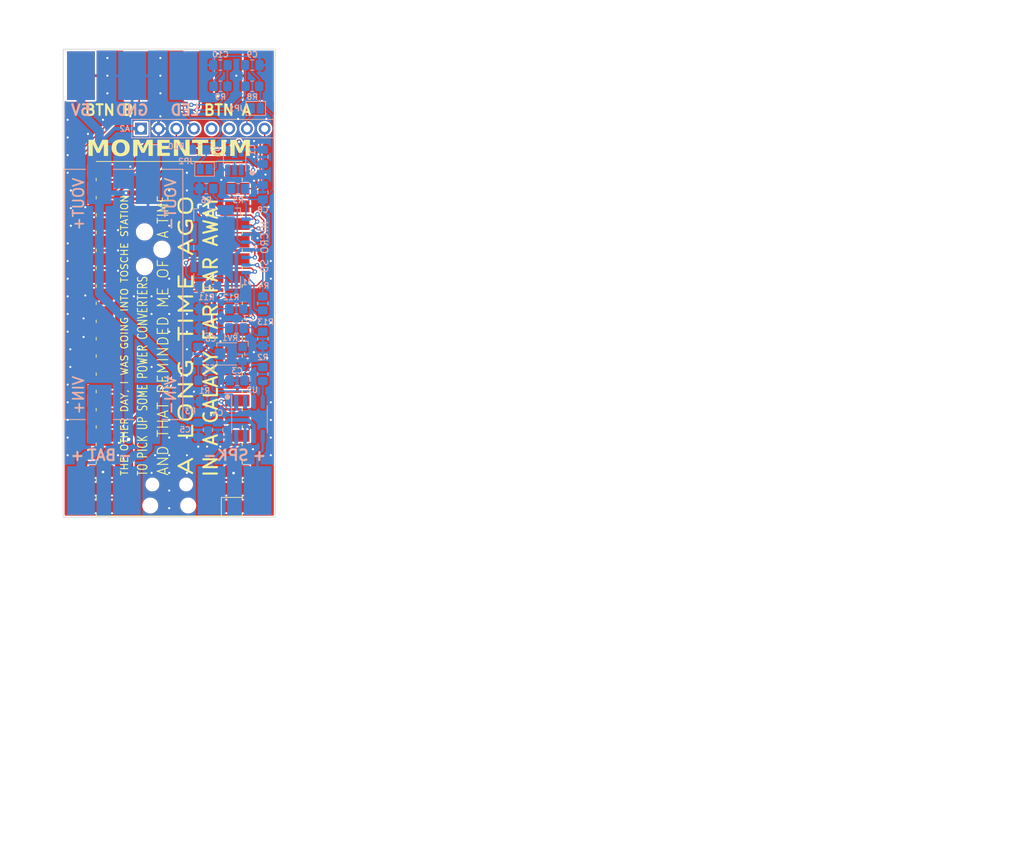
<source format=kicad_pcb>
(kicad_pcb (version 20221018) (generator pcbnew)
  (title_block (title "Momentum Prop Controller") (date "2023-05-26") (rev "A") (company "Ditch Day 2023 - Star Wars: Revenge of the Ditch") (comment 1 "T. Moore, P. Ridland, W. Schmidt, R. Sun") (comment 2 "A. P. Asnodkar, H. Basava, K. Cruz, J. Hamilton, C. MacFarland, M. Manohara,") (comment 3 "in collaboration with") (comment 4 "T. Colenbrander, B. Freeman, T. Nguyen, R. Rosenberg, E. Springer, A. Tran"))
  (layers (0 "F.Cu" signal) (31 "B.Cu" signal) (34 "B.Paste" user) (35 "F.Paste" user) (36 "B.SilkS" user "B.Silkscreen") (37 "F.SilkS" user "F.Silkscreen") (38 "B.Mask" user) (39 "F.Mask" user) (44 "Edge.Cuts" user))
  (net 0 "")
  (net 3 "GND")
  (net 4 "/BTN_A")
  (net 5 "/BTN_B")
  (net 6 "/IMU_SDA")
  (net 7 "/IMU_SCL")
  (net 18 "/STRIP_OUT")
  (net 20 "+3.3V")
  (net 22 "+5V")
  (net 26 "/IMU_ADDR")
  (net 27 "/IMU_INT")
  (net 28 "+BATT")
  (net 29 "-BATT")
  (net 30 "Net-(C2-Pad1)")
  (net 31 "Net-(C2-Pad2)")
  (net 32 "Net-(C3-Pad2)")
  (net 33 "/SPK_PAD_P")
  (net 34 "/SPK_PAD_N")
  (net 35 "Net-(C6-Pad2)")
  (net 36 "Net-(C7-Pad1)")
  (net 37 "/STRIP_PAD")
  (net 38 "Net-(U2-IN+)")
  (net 39 "Net-(U2-IN-)")
  (net 40 "/SPK_EN")
  (net 41 "/SPK_OUT")
  (net 44 "/SD_DAT2")
  (net 45 "/SD_DAT3")
  (net 46 "/SD_CMD")
  (net 47 "/SD_CLK")
  (net 48 "/SD_DAT0")
  (net 49 "/SD_DAT1")
  (net 50 "/SD_DET")
  (net 51 "Net-(JP2-B)")
  (footprint "momentum:Pad" (layer "F.Cu") (at 129.54 74.93 90)
    (fp_text reference "J8" hide)
    (fp_text value "Pad")
  )
  (footprint "momentum:RPi_Pico_SMD_NoSWD_NoLabel" (layer "F.Cu") (at 142.24 112.776 180)
    (fp_text reference "A1" hide)
    (fp_text value "Raspberry_Pi_Pico")
  )
  (footprint "momentum:Pad" (layer "F.Cu") (at 154.94 74.93 90)
    (fp_text reference "J6" hide)
    (fp_text value "Pad")
  )
  (footprint "momentum:Pad" (layer "F.Cu") (at 137.922 74.93 90)
    (fp_text reference "J7" hide)
    (fp_text value "Pad")
  )
  (footprint "momentum:Pad" (layer "F.Cu") (at 146.558 74.93 90)
    (fp_text reference "J5" hide)
    (fp_text value "Pad")
  )
  (footprint "Resistor_SMD:R_0805_2012Metric_Pad1.20x1.40mm_HandSolder" (layer "B.Cu") (at 154.178 76.454)
    (fp_text reference "R8")
    (fp_text value "10k")
  )
  (footprint "momentum:C_0805_2012Metric_Pad1.18x1.45mm_HandSolder_NoPaste" (layer "B.Cu") (at 155.702 91.694 -90)
    (fp_text reference "C8")
    (fp_text value "10uF")
  )
  (footprint "Capacitor_SMD:C_0805_2012Metric_Pad1.18x1.45mm_HandSolder" (layer "B.Cu") (at 146.414 114.9634 -90)
    (fp_text reference "C2")
    (fp_text value "1uF")
  )
  (footprint "Potentiometer_SMD:Potentiometer_Bourns_TC33X_Vertical" (layer "B.Cu") (at 150.986 114.9634 180)
    (fp_text reference "RV1")
    (fp_text value "10k")
  )
  (footprint "Capacitor_SMD:C_0805_2012Metric_Pad1.18x1.45mm_HandSolder" (layer "B.Cu") (at 154.178 73.406 180)
    (fp_text reference "C9")
    (fp_text value "0.1uF")
  )
  (footprint "Resistor_SMD:R_0805_2012Metric_Pad1.20x1.40mm_HandSolder" (layer "B.Cu") (at 155.702 112.776 -90)
    (fp_text reference "R13")
    (fp_text value "1.8k")
  )
  (footprint "momentum:R_0805_2012Metric_Pad1.20x1.40mm_HandSolder_NoPaste" (layer "B.Cu") (at 155.702 107.696 90)
    (fp_text reference "R4")
    (fp_text value "10k")
  )
  (footprint "Resistor_SMD:R_0805_2012Metric_Pad1.20x1.40mm_HandSolder" (layer "B.Cu") (at 147.43 118.7734)
    (fp_text reference "R1")
    (fp_text value "100")
  )
  (footprint "Capacitor_SMD:C_0805_2012Metric_Pad1.18x1.45mm_HandSolder" (layer "B.Cu") (at 152.002 118.7734)
    (fp_text reference "C3")
    (fp_text value "1uF")
  )
  (footprint "Resistor_SMD:R_0805_2012Metric_Pad1.20x1.40mm_HandSolder" (layer "B.Cu") (at 155.702 117.856 -90)
    (fp_text reference "R2")
    (fp_text value "100")
  )
  (footprint "momentum:R_0805_2012Metric_Pad1.20x1.40mm_HandSolder_NoPaste" (layer "B.Cu") (at 147.574 91.186)
    (fp_text reference "R6")
    (fp_text value "DNP")
  )
  (footprint "Jumper:SolderJumper-2_P1.3mm_Open_Pad1.0x1.5mm" (layer "B.Cu") (at 147.32 88.392 180)
    (fp_text reference "JP2")
    (fp_text value "SJ2")
  )
  (footprint "Resistor_SMD:R_0805_2012Metric_Pad1.20x1.40mm_HandSolder" (layer "B.Cu") (at 147.684 121.8214)
    (fp_text reference "R3")
    (fp_text value "10k")
  )
  (footprint "Capacitor_SMD:C_0805_2012Metric_Pad1.18x1.45mm_HandSolder" (layer "B.Cu") (at 146.414 125.8854 90)
    (fp_text reference "C5")
    (fp_text value "10uF")
  )
  (footprint "momentum:Pad" (layer "B.Cu") (at 129.54 134.62 -90)
    (fp_text reference "J9" hide)
    (fp_text value "Pad")
  )
  (footprint "momentum:MT3608_Module_SMD" (layer "B.Cu") (at 135.692 107.904 -90)
    (fp_text reference "A3" hide)
    (fp_text value " MT3608_Module")
  )
  (footprint "Resistor_SMD:R_0805_2012Metric_Pad1.20x1.40mm_HandSolder" (layer "B.Cu") (at 147.574 108.458 180)
    (fp_text reference "R11")
    (fp_text value "100")
  )
  (footprint "Resistor_SMD:R_0805_2012Metric_Pad1.20x1.40mm_HandSolder" (layer "B.Cu") (at 151.892 108.458 180)
    (fp_text reference "R12")
    (fp_text value "220")
  )
  (footprint "momentum:R_0805_2012Metric_Pad1.20x1.40mm_HandSolder_NoPaste" (layer "B.Cu") (at 152.146 91.186)
    (fp_text reference "R5")
    (fp_text value "10k")
  )
  (footprint "momentum:Pad" (layer "B.Cu") (at 136.906 74.93 90)
    (fp_text reference "J4" hide)
    (fp_text value "Pad")
  )
  (footprint "Resistor_SMD:R_0805_2012Metric_Pad1.20x1.40mm_HandSolder" (layer "B.Cu") (at 149.606 76.454 180)
    (fp_text reference "R9")
    (fp_text value "10k")
  )
  (footprint "momentum:MPU-6050_Module" (layer "B.Cu") (at 138.176 82.55 -90)
    (fp_text reference "A2")
    (fp_text value "MPU-6050_Module")
  )
  (footprint "momentum:Pad" (layer "B.Cu") (at 136.144 134.62 -90)
    (fp_text reference "J10" hide)
    (fp_text value "Pad")
  )
  (footprint "Capacitor_SMD:C_0805_2012Metric_Pad1.18x1.45mm_HandSolder" (layer "B.Cu") (at 147.574 111.252)
    (fp_text reference "C6")
    (fp_text value "0.1uF")
  )
  (footprint "momentum:Pad" (layer "B.Cu") (at 154.94 134.62 -90)
    (fp_text reference "J11" hide)
    (fp_text value "Pad")
  )
  (footprint "momentum:Pad" (layer "B.Cu") (at 148.319 134.62 -90)
    (fp_text reference "J12" hide)
    (fp_text value "Pad")
  )
  (footprint "Package_SO:SOIC-8_3.9x4.9mm_P1.27mm" (layer "B.Cu") (at 153.78 124.3614 -90)
    (fp_text reference "U2")
    (fp_text value "PAM8302AAD")
  )
  (footprint "momentum:MicroSD_Molex_1051620001_HandSoldering" (layer "B.Cu") (at 153.621 103.526 -90)
    (fp_text reference "J1")
    (fp_text value "MicroSD_Molex_1051620001")
  )
  (footprint "momentum:Pad" (layer "B.Cu") (at 144.272 74.93 -90)
    (fp_text reference "J3" hide)
    (fp_text value "Pad")
  )
  (footprint "Capacitor_SMD:C_0805_2012Metric_Pad1.18x1.45mm_HandSolder" (layer "B.Cu") (at 149.606 73.406)
    (fp_text reference "C10")
    (fp_text value "0.1uF")
  )
  (footprint "Capacitor_SMD:C_0805_2012Metric_Pad1.18x1.45mm_HandSolder" (layer "B.Cu") (at 155.702 86.614 -90)
    (fp_text reference "C1")
    (fp_text value "0.1uF")
  )
  (footprint "Resistor_SMD:R_0805_2012Metric_Pad1.20x1.40mm_HandSolder" (layer "B.Cu") (at 146.558 85.598 180)
    (fp_text reference "R10")
    (fp_text value "100")
  )
  (footprint "Capacitor_SMD:C_0805_2012Metric_Pad1.18x1.45mm_HandSolder" (layer "B.Cu") (at 151.892 111.252 180)
    (fp_text reference "C7")
    (fp_text value "47uF")
  )
  (footprint "Jumper:SolderJumper-2_P1.3mm_Open_Pad1.0x1.5mm" (layer "B.Cu") (at 154.686 79.629 180)
    (fp_text reference "JP1")
    (fp_text value "SJ2")
  )
  (footprint "momentum:Pad" (layer "B.Cu") (at 129.54 74.93 -90)
    (fp_text reference "J2" hide)
    (fp_text value "Pad")
  )
  (footprint "Package_TO_SOT_SMD:SOT-23-5_HandSoldering" (layer "B.Cu") (at 151.638 87.122 90)
    (fp_text reference "U1")
    (fp_text value "SN74LV1T34DBVR")
  )
  (footprint "Capacitor_SMD:C_0805_2012Metric_Pad1.18x1.45mm_HandSolder" (layer "B.Cu") (at 149.208 125.8854 90)
    (fp_text reference "C4")
    (fp_text value "1uF")
  )
  (gr_poly (pts (xy 154.432 99.568) (xy 154.686 99.314) (xy 154.686 99.822)) (stroke (width 0.1524)) (fill solid) (layer "B.SilkS"))
  (gr_circle (center 150.622 121.158) (end 150.8252 121.158) (stroke (width 0.4064)) (fill none) (layer "B.SilkS"))
  (gr_circle (center 154.178 88.9) (end 154.3812 88.9) (stroke (width 0.4064)) (fill none) (layer "B.SilkS"))
  (gr_rect (start 127 71.12) (end 157.48 138.43) (stroke (width 0.1)) (fill none) (layer "Edge.Cuts"))
  (gr_text "GND" (at 136.906 79.883) (layer "B.SilkS") (effects (font (size 1.524 1.524) (thickness 0.3048) bold) (justify mirror)))
  (gr_text "5V" (at 129.54 79.883) (layer "B.SilkS") (effects (font (size 1.524 1.524) (thickness 0.3048) bold) (justify mirror)))
  (gr_text "LED" (at 144.526 79.883) (layer "B.SilkS") (effects (font (size 1.524 1.524) (thickness 0.3048) bold) (justify mirror)))
  (gr_text "+" (at 129.032 129.54) (layer "B.SilkS") (effects (font (size 1.524 1.524) (thickness 0.3048) bold) (justify mirror)))
  (gr_text "MICRO SD" (at 155.956 99.568 90) (layer "B.SilkS") (effects (font (size 1.016 1.016) (thickness 0.1524) bold) (justify mirror)))
  (gr_text "-\n" (at 148.082 129.54) (layer "B.SilkS") (effects (font (size 1.524 1.524) (thickness 0.3048) bold) (justify mirror)))
  (gr_text "-" (at 135.89 129.54) (layer "B.SilkS") (effects (font (size 1.524 1.524) (thickness 0.3048) bold) (justify mirror)))
  (gr_text "SPK" (at 151.384 129.54) (layer "B.SilkS") (effects (font (size 1.524 1.524) (thickness 0.3048) bold) (justify mirror)))
  (gr_text "+" (at 155.194 129.54) (layer "B.SilkS") (effects (font (size 1.524 1.524) (thickness 0.3048) bold) (justify mirror)))
  (gr_text "BAT" (at 132.588 129.54) (layer "B.SilkS") (effects (font (size 1.524 1.524) (thickness 0.3048) bold) (justify mirror)))
  (gr_text "TO PICK UP SOME POWER CONVERTERS" (at 139.192 132.588 90) (layer "F.SilkS") (effects (font (size 1.3462 0.9652) (thickness 0.1524) bold) (justify left bottom)))
  (gr_text "MOMENTUM" (at 142.24 86.868) (layer "F.SilkS") (effects (font (size 2.286 2.4892) (thickness 0.254) bold) (justify bottom)))
  (gr_text "THE OTHER DAY, I WAS GOING INTO TOSCHE STATION" (at 136.398 132.588 90) (layer "F.SilkS") (effects (font (size 1.016 1.016) (thickness 0.1524) bold) (justify left bottom)))
  (gr_text "IN A GALAXY FAR FAR AWAY" (at 149.352 132.842 90) (layer "F.SilkS") (effects (font (size 1.9558 1.9558) (thickness 0.3048) bold) (justify left bottom)))
  (gr_text "BTN A" (at 150.622 79.883) (layer "F.SilkS") (effects (font (size 1.524 1.524) (thickness 0.3048) bold)))
  (gr_text "A TIME" (at 142.24 98.425 90) (layer "F.SilkS") (effects (font (size 1.524 1.27) (thickness 0.1524)) (justify left bottom)))
  (gr_text "A LONG TIME AGO" (at 145.796 132.588 90) (layer "F.SilkS") (effects (font (size 1.9558 3.048) (thickness 0.3048) bold) (justify left bottom)))
  (gr_text "AND THAT REMINDED ME OF" (at 142.24 132.588 90) (layer "F.SilkS") (effects (font (size 1.524 1.4986) (thickness 0.1524)) (justify left bottom)))
  (gr_text "BTN B" (at 133.604 79.883) (layer "F.SilkS") (effects (font (size 1.524 1.524) (thickness 0.3048) bold)))
  (via (at 144.78 91.44) (size 0.6096) (drill 0.3048) (layers "F.Cu" "B.Cu") (net 3))
  (via (at 137.922 114.3) (size 0.6096) (drill 0.3048) (layers "F.Cu" "B.Cu") (net 3))
  (via (at 132.715 131.953) (size 0.762) (drill 0.381) (layers "F.Cu" "B.Cu") (net 3))
  (via (at 127.635 124.46) (size 0.6096) (drill 0.3048) (layers "F.Cu" "B.Cu") (net 3))
  (via (at 148.209 106.68) (size 0.6096) (drill 0.3048) (layers "F.Cu" "B.Cu") (net 3))
  (via (at 154.432 84.328) (size 0.6096) (drill 0.3048) (layers "F.Cu" "B.Cu") (net 3))
  (via (at 156.845 124.46) (size 0.6096) (drill 0.3048) (layers "F.Cu" "B.Cu") (net 3))
  (via (at 139.7 116.84) (size 0.6096) (drill 0.3048) (layers "F.Cu" "B.Cu") (net 3))
  (via (at 154.415 114.7094) (size 0.6096) (drill 0.3048) (layers "F.Cu" "B.Cu") (net 3))
  (via (at 127.635 127) (size 0.6096) (drill 0.3048) (layers "F.Cu" "B.Cu") (net 3))
  (via (at 151.494 132.1084) (size 0.762) (drill 0.381) (layers "F.Cu" "B.Cu") (net 3))
  (via (at 134.874 100.076) (size 0.6096) (drill 0.3048) (layers "F.Cu" "B.Cu") (net 3))
  (via (at 154.288 128.6794) (size 0.6096) (drill 0.3048) (layers "F.Cu" "B.Cu") (net 3))
  (via (at 133.35 74.93) (size 0.6096) (drill 0.3048) (layers "F.Cu" "B.Cu") (net 3))
  (via (at 149.733 89.916) (size 0.6096) (drill 0.3048) (layers "F.Cu" "B.Cu") (net 3))
  (via (at 156.337 115.57) (size 0.6096) (drill 0.3048) (layers "F.Cu" "B.Cu") (net 3))
  (via (at 142.24 109.22) (size 0.6096) (drill 0.3048) (layers "F.Cu" "B.Cu") (net 3))
  (via (at 136.652 80.772) (size 0.6096) (drill 0.3048) (layers "F.Cu" "B.Cu") (net 3))
  (via (at 127.635 111.76) (size 0.6096) (drill 0.3048) (layers "F.Cu" "B.Cu") (net 3))
  (via (at 142.24 96.52) (size 0.6096) (drill 0.3048) (layers "F.Cu" "B.Cu") (net 3))
  (via (at 133.35 77.47) (size 0.6096) (drill 0.3048) (layers "F.Cu" "B.Cu") (net 3))
  (via (at 142.24 111.76) (size 0.6096) (drill 0.3048) (layers "F.Cu" "B.Cu") (net 3))
  (via (at 145.796 120.396) (size 0.6096) (drill 0.3048) (layers "F.Cu" "B.Cu") (net 3))
  (via (at 127.635 81.28) (size 0.6096) (drill 0.3048) (layers "F.Cu" "B.Cu") (net 3))
  (via (at 146.414 128.2984) (size 0.6096) (drill 0.3048) (layers "F.Cu" "B.Cu") (net 3))
  (via (at 144.78 127) (size 0.6096) (drill 0.3048) (layers "F.Cu" "B.Cu") (net 3))
  (via (at 127.635 99.06) (size 0.6096) (drill 0.3048) (layers "F.Cu" "B.Cu") (net 3))
  (via (at 150.495 79.121) (size 0.6096) (drill 0.3048) (layers "F.Cu" "B.Cu") (net 3))
  (via (at 127.635 109.22) (size 0.6096) (drill 0.3048) (layers "F.Cu" "B.Cu") (net 3))
  (via (at 154.432 86.614) (size 0.6096) (drill 0.3048) (layers "F.Cu" "B.Cu") (net 3))
  (via (at 156.845 110.49) (size 0.6096) (drill 0.3048) (layers "F.Cu" "B.Cu") (net 3))
  (via (at 134.874 97.155) (size 0.6096) (drill 0.3048) (layers "F.Cu" "B.Cu") (net 3))
  (via (at 142.24 127) (size 0.6096) (drill 0.3048) (layers "F.Cu" "B.Cu") (net 3))
  (via (at 132.715 81.28) (size 0.6096) (drill 0.3048) (layers "F.Cu" "B.Cu") (net 3))
  (via (at 140.97 72.39) (size 0.6096) (drill 0.3048) (layers "F.Cu" "B.Cu") (net 3))
  (via (at 142.24 132.08) (size 0.6096) (drill 0.3048) (layers "F.Cu" "B.Cu") (net 3))
  (via (at 144.78 111.76) (size 0.6096) (drill 0.3048) (layers "F.Cu" "B.Cu") (net 3))
  (via (at 127.635 104.14) (size 0.6096) (drill 0.3048) (layers "F.Cu" "B.Cu") (net 3))
  (via (at 129.921 112.522) (size 0.6096) (drill 0.3048) (layers "F.Cu" "B.Cu") (net 3))
  (via (at 144.78 129.54) (size 0.6096) (drill 0.3048) (layers "F.Cu" "B.Cu") (net 3))
  (via (at 127.635 83.82) (size 0.6096) (drill 0.3048) (layers "F.Cu" "B.Cu") (net 3))
  (via (at 144.78 96.52) (size 0.6096) (drill 0.3048) (layers "F.Cu" "B.Cu") (net 3))
  (via (at 127.635 121.92) (size 0.6096) (drill 0.3048) (layers "F.Cu" "B.Cu") (net 3))
  (via (at 127.635 86.36) (size 0.6096) (drill 0.3048) (layers "F.Cu" "B.Cu") (net 3))
  (via (at 154.432 90.043) (size 0.6096) (drill 0.3048) (layers "F.Cu" "B.Cu") (net 3))
  (via (at 127.635 101.6) (size 0.6096) (drill 0.3048) (layers "F.Cu" "B.Cu") (net 3))
  (via (at 128.0922 93.98) (size 0.6096) (drill 0.3048) (layers "F.Cu" "B.Cu") (net 3))
  (via (at 139.7 109.22) (size 0.6096) (drill 0.3048) (layers "F.Cu" "B.Cu") (net 3))
  (via (at 128.0922 91.44) (size 0.6096) (drill 0.3048) (layers "F.Cu" "B.Cu") (net 3))
  (via (at 156.5148 93.8276) (size 0.6096) (drill 0.3048) (layers "F.Cu" "B.Cu") (net 3))
  (via (at 127.635 106.68) (size 0.6096) (drill 0.3048) (layers "F.Cu" "B.Cu") (net 3))
  (via (at 156.845 127) (size 0.6096) (drill 0.3048) (layers "F.Cu" "B.Cu") (net 3))
  (via (at 151.892 74.93) (size 0.6096) (drill 0.3048) (layers "F.Cu" "B.Cu") (net 3))
  (via (at 144.78 106.68) (size 0.6096) (drill 0.3048) (layers "F.Cu" "B.Cu") (net 3))
  (via (at 156.845 104.14) (size 0.6096) (drill 0.3048) (layers "F.Cu" "B.Cu") (net 3))
  (via (at 142.24 134.62) (size 0.6096) (drill 0.3048) (layers "F.Cu" "B.Cu") (net 3))
  (via (at 142.24 104.14) (size 0.6096) (drill 0.3048) (layers "F.Cu" "B.Cu") (net 3))
  (via (at 128.0922 96.52) (size 0.6096) (drill 0.3048) (layers "F.Cu" "B.Cu") (net 3))
  (via (at 128.016 116.84) (size 0.6096) (drill 0.3048) (layers "F.Cu" "B.Cu") (net 3))
  (via (at 152.146 81.153) (size 0.6096) (drill 0.3048) (layers "F.Cu" "B.Cu") (net 3))
  (via (at 144.78 114.3) (size 0.6096) (drill 0.3048) (layers "F.Cu" "B.Cu") (net 3))
  (via (at 142.24 124.46) (size 0.6096) (drill 0.3048) (layers "F.Cu" "B.Cu") (net 3))
  (via (at 130.175 93.853) (size 0.6096) (drill 0.3048) (layers "F.Cu" "B.Cu") (net 3))
  (via (at 136.652 88.011) (size 0.6096) (drill 0.3048) (layers "F.Cu" "B.Cu") (net 3))
  (via (at 139.7 132.08) (size 0.6096) (drill 0.3048) (layers "F.Cu" "B.Cu") (net 3))
  (via (at 149.606 113.157) (size 0.6096) (drill 0.3048) (layers "F.Cu" "B.Cu") (net 3))
  (via (at 140.208 129.54) (size 0.6096) (drill 0.3048) (layers "F.Cu" "B.Cu") (net 3))
  (via (at 144.78 99.06) (size 0.6096) (drill 0.3048) (layers "F.Cu" "B.Cu") (net 3))
  (via (at 149.589 128.2984) (size 0.6096) (drill 0.3048) (layers "F.Cu" "B.Cu") (net 3))
  (via (at 142.24 137.16) (size 0.6096) (drill 0.3048) (layers "F.Cu" "B.Cu") (net 3))
  (via (at 156.845 121.92) (size 0.6096) (drill 0.3048) (layers "F.Cu" "B.Cu") (net 3))
  (via (at 144.78 109.22) (size 0.6096) (drill 0.3048) (layers "F.Cu" "B.Cu") (net 3))
  (via (at 130.556 83.312) (size 0.6096) (drill 0.3048) (layers "F.Cu" "B.Cu") (net 3))
  (via (at 147.684 128.2984) (size 0.6096) (drill 0.3048) (layers "F.Cu" "B.Cu") (net 3))
  (via (at 140.97 74.93) (size 0.6096) (drill 0.3048) (layers "F.Cu" "B.Cu") (net 3))
  (via (at 134.874 102.997) (size 0.6096) (drill 0.3048) (layers "F.Cu" "B.Cu") (net 3))
  (via (at 144.78 118.11) (size 0.6096) (drill 0.3048) (layers "F.Cu" "B.Cu") (net 3))
  (via (at 142.24 129.54) (size 0.6096) (drill 0.3048) (layers "F.Cu" "B.Cu") (net 3))
  (via (at 127.635 119.38) (size 0.6096) (drill 0.3048) (layers "F.Cu" "B.Cu") (net 3))
  (via (at 144.78 88.9) (size 0.6096) (drill 0.3048) (layers "F.Cu" "B.Cu") (net 3))
  (via (at 140.97 80.772) (size 0.6096) (drill 0.3048) (layers "F.Cu" "B.Cu") (net 3))
  (via (at 142.24 91.44) (size 0.6096) (drill 0.3048) (layers "F.Cu" "B.Cu") (net 3))
  (via (at 142.24 106.68) (size 0.6096) (drill 0.3048) (layers "F.Cu" "B.Cu") (net 3))
  (via (at 156.845 101.6) (size 0.6096) (drill 0.3048) (layers "F.Cu" "B.Cu") (net 3))
  (via (at 149.716 119.5354) (size 0.6096) (drill 0.3048) (layers "F.Cu" "B.Cu") (net 3))
  (via (at 156.083 89.154) (size 0.6096) (drill 0.3048) (layers "F.Cu" "B.Cu") (net 3))
  (via (at 154.94 98.298) (size 0.6096) (drill 0.3048) (layers "F.Cu" "B.Cu") (net 3))
  (via (at 127.635 129.54) (size 0.6096) (drill 0.3048) (layers "F.Cu" "B.Cu") (net 3))
  (via (at 149.225 77.851) (size 0.6096) (drill 0.3048) (layers "F.Cu" "B.Cu") (net 3))
  (via (at 133.35 72.39) (size 0.6096) (drill 0.3048) (layers "F.Cu" "B.Cu") (net 3))
  (via (at 129.921 109.855) (size 0.6096) (drill 0.3048) (layers "F.Cu" "B.Cu") (net 3))
  (via (at 156.21 81.153) (size 0.6096) (drill 0.3048) (layers "F.Cu" "B.Cu") (net 3))
  (via (at 130.175 106.553) (size 0.6096) (drill 0.3048) (layers "F.Cu" "B.Cu") (net 3))
  (via (at 128.016 114.3) (size 0.6096) (drill 0.3048) (layers "F.Cu" "B.Cu") (net 3))
  (via (at 144.78 132.08) (size 0.6096) (drill 0.3048) (layers "F.Cu" "B.Cu") (net 3))
  (via (at 150.368 84.328) (size 0.6096) (drill 0.3048) (layers "F.Cu" "B.Cu") (net 3))
  (via (at 127.635 88.9) (size 0.6096) (drill 0.3048) (layers "F.Cu" "B.Cu") (net 3))
  (via (at 156.845 129.54) (size 0.6096) (drill 0.3048) (layers "F.Cu" "B.Cu") (net 3))
  (via (at 135.001 127.762) (size 0.6096) (drill 0.3048) (layers "F.Cu" "B.Cu") (net 3))
  (via (at 149.225 71.755) (size 0.6096) (drill 0.3048) (layers "F.Cu" "B.Cu") (net 3))
  (via (at 149.606 109.855) (size 0.6096) (drill 0.3048) (layers "F.Cu" "B.Cu") (net 3))
  (via (at 140.97 77.47) (size 0.6096) (drill 0.3048) (layers "F.Cu" "B.Cu") (net 3))
  (via (at 134.874 129.54) (size 0.6096) (drill 0.3048) (layers "F.Cu" "B.Cu") (net 3))
  (via (at 137.16 106.68) (size 0.6096) (drill 0.3048) (layers "F.Cu" "B.Cu") (net 3))
  (via (at 139.7 106.68) (size 0.6096) (drill 0.3048) (layers "F.Cu" "B.Cu") (net 3))
  (segment (start 150.9645 118.7734) (end 150.478 118.7734) (width 0.2032) (layer "B.Cu") (net 3))
  (segment (start 130.2034 109.1214) (end 133.35 109.1214) (width 0.2032) (layer "F.Cu") (net 4))
  (segment (start 146.558 74.93) (end 146.558 79.502) (width 0.2032) (layer "F.Cu") (net 4))
  (segment (start 146.177 79.883) (end 136.144 79.883) (width 0.2032) (layer "F.Cu") (net 4))
  (segment (start 129.413 108.331) (end 130.2034 109.1214) (width 0.2032) (layer "F.Cu") (net 4))
  (segment (start 136.144 79.883) (end 129.413 86.614) (width 0.2032) (layer "F.Cu") (net 4))
  (segment (start 146.558 79.502) (end 146.177 79.883) (width 0.2032) (layer "F.Cu") (net 4))
  (segment (start 129.413 86.614) (end 129.413 108.331) (width 0.2032) (layer "F.Cu") (net 4))
  (via (at 146.177 79.883) (size 0.6096) (drill 0.3048) (layers "F.Cu" "B.Cu") (net 4))
  (segment (start 153.178 73.4435) (end 153.1405 73.406) (width 0.2032) (layer "B.Cu") (net 4))
  (segment (start 151.003 79.883) (end 153.178 77.708) (width 0.2032) (layer "B.Cu") (net 4))
  (segment (start 153.178 77.708) (end 153.178 76.454) (width 0.2032) (layer "B.Cu") (net 4))
  (segment (start 153.178 76.454) (end 153.178 73.4435) (width 0.2032) (layer "B.Cu") (net 4))
  (segment (start 146.177 79.883) (end 151.003 79.883) (width 0.2032) (layer "B.Cu") (net 4))
  (segment (start 130.4574 114.2014) (end 133.35 114.2014) (width 0.2032) (layer "F.Cu") (net 5))
  (segment (start 128.778 112.522) (end 130.4574 114.2014) (width 0.2032) (layer "F.Cu") (net 5))
  (segment (start 137.287 79.248) (end 137.16 79.248) (width 0.2032) (layer "F.Cu") (net 5))
  (segment (start 137.16 79.248) (end 136.017 79.248) (width 0.2032) (layer "F.Cu") (net 5))
  (segment (start 145.288 79.248) (end 145.415 79.121) (width 0.2032) (layer "F.Cu") (net 5))
  (segment (start 137.922 78.613) (end 137.287 79.248) (width 0.2032) (layer "F.Cu") (net 5))
  (segment (start 137.16 79.248) (end 145.288 79.248) (width 0.2032) (layer "F.Cu") (net 5))
  (segment (start 128.778 86.487) (end 128.778 112.522) (width 0.2032) (layer "F.Cu") (net 5))
  (segment (start 136.017 79.248) (end 128.778 86.487) (width 0.2032) (layer "F.Cu") (net 5))
  (segment (start 137.922 74.93) (end 137.922 78.613) (width 0.2032) (layer "F.Cu") (net 5))
  (via (at 145.415 79.121) (size 0.6096) (drill 0.3048) (layers "F.Cu" "B.Cu") (net 5))
  (segment (start 149.225 79.121) (end 150.606 77.74) (width 0.2032) (layer "B.Cu") (net 5))
  (segment (start 150.606 76.454) (end 150.606 73.4435) (width 0.2032) (layer "B.Cu") (net 5))
  (segment (start 150.606 77.74) (end 150.606 76.454) (width 0.2032) (layer "B.Cu") (net 5))
  (segment (start 145.415 79.121) (end 149.225 79.121) (width 0.2032) (layer "B.Cu") (net 5))
  (segment (start 150.606 73.4435) (end 150.6435 73.406) (width 0.2032) (layer "B.Cu") (net 5))
  (segment (start 133.35 88.8014) (end 134.62 88.8014) (width 0.2032) (layer "F.Cu") (net 6))
  (segment (start 134.62 88.8014) (end 138.7124 84.709) (width 0.2032) (layer "F.Cu") (net 6))
  (segment (start 141.986 83.82) (end 141.986 81.788) (width 0.2032) (layer "F.Cu") (net 6))
  (segment (start 142.748 81.026) (end 144.272 81.026) (width 0.2032) (layer "F.Cu") (net 6))
  (segment (start 144.272 81.026) (end 145.796 82.55) (width 0.2032) (layer "F.Cu") (net 6))
  (segment (start 138.7124 84.709) (end 141.097 84.709) (width 0.2032) (layer "F.Cu") (net 6))
  (segment (start 141.986 81.788) (end 142.748 81.026) (width 0.2032) (layer "F.Cu") (net 6))
  (segment (start 141.097 84.709) (end 141.986 83.82) (width 0.2032) (layer "F.Cu") (net 6))
  (segment (start 141.478 86.106) (end 143.256 84.328) (width 0.2032) (layer "F.Cu") (net 7))
  (segment (start 139.827 86.106) (end 141.478 86.106) (width 0.2032) (layer "F.Cu") (net 7))
  (segment (start 133.35 91.3414) (end 134.5916 91.3414) (width 0.2032) (layer "F.Cu") (net 7))
  (segment (start 134.5916 91.3414) (end 139.827 86.106) (width 0.2032) (layer "F.Cu") (net 7))
  (segment (start 143.256 84.328) (end 143.256 82.55) (width 0.2032) (layer "F.Cu") (net 7))
  (segment (start 154.178 88.646) (end 154.305 88.519) (width 0.2032) (layer "F.Cu") (net 18))
  (segment (start 151.13 88.646) (end 154.178 88.646) (width 0.2032) (layer "F.Cu") (net 18))
  (via (at 154.305 88.519) (size 0.6096) (drill 0.3048) (layers "F.Cu" "B.Cu") (net 18))
  (segment (start 148.717 88.392) (end 148.971 88.138) (width 0.2032) (layer "B.Cu") (net 18))
  (segment (start 154.305 88.011) (end 154.305 88.519) (width 0.2032) (layer "B.Cu") (net 18))
  (segment (start 151.638 88.472) (end 151.638 87.503) (width 0.2032) (layer "B.Cu") (net 18))
  (segment (start 147.97 88.392) (end 148.717 88.392) (width 0.2032) (layer "B.Cu") (net 18))
  (segment (start 148.971 87.391) (end 149.24 87.122) (width 0.2032) (layer "B.Cu") (net 18))
  (segment (start 151.638 87.503) (end 152.019 87.122) (width 0.2032) (layer "B.Cu") (net 18))
  (segment (start 148.971 88.138) (end 148.971 87.391) (width 0.2032) (layer "B.Cu") (net 18))
  (segment (start 149.24 87.122) (end 153.416 87.122) (width 0.2032) (layer "B.Cu") (net 18))
  (segment (start 153.416 87.122) (end 154.305 88.011) (width 0.2032) (layer "B.Cu") (net 18))
  (segment (start 148.717 107.442) (end 149.606 106.553) (width 0.508) (layer "F.Cu") (net 20))
  (segment (start 148.717 112.776) (end 148.717 107.442) (width 0.508) (layer "F.Cu") (net 20))
  (segment (start 134.747 126.746) (end 148.717 112.776) (width 0.508) (layer "F.Cu") (net 20))
  (segment (start 133.35 126.746) (end 134.747 126.746) (width 0.508) (layer "F.Cu") (net 20))
  (via (at 149.606 106.553) (size 0.6096) (drill 0.3048) (layers "F.Cu" "B.Cu") (net 20))
  (segment (start 148.606 75.676) (end 149.606 74.676) (width 0.2032) (layer "B.Cu") (net 20))
  (segment (start 149.86 72.136) (end 153.67 72.136) (width 0.2032) (layer "B.Cu") (net 20))
  (segment (start 153.6915 92.7315) (end 153.146 92.186) (width 0.2032) (layer "B.Cu") (net 20))
  (segment (start 156.082998 79.628998) (end 155.336 79.628998) (width 0.127) (layer "B.Cu") (net 20))
  (segment (start 149.606 74.676) (end 149.606 72.39) (width 0.2032) (layer "B.Cu") (net 20))
  (segment (start 155.178 76.454) (end 155.336 76.612) (width 0.2032) (layer "B.Cu") (net 20))
  (segment (start 155.336 76.612) (end 155.336 79.628998) (width 0.2032) (layer "B.Cu") (net 20))
  (segment (start 155.7655 99.7585) (end 155.539 99.985) (width 0.508) (layer "B.Cu") (net 20))
  (segment (start 157.1784 80.7244) (end 156.082998 79.628998) (width 0.127) (layer "B.Cu") (net 20))
  (segment (start 153.67 72.136) (end 154.178 72.644) (width 0.2032) (layer "B.Cu") (net 20))
  (segment (start 157.1784 91.2551) (end 157.1784 80.7244) (width 0.127) (layer "B.Cu") (net 20))
  (segment (start 148.606 76.454) (end 148.606 75.676) (width 0.2032) (layer "B.Cu") (net 20))
  (segment (start 155.539 99.985) (end 153.564 99.985) (width 0.508) (layer "B.Cu") (net 20))
  (segment (start 153.146 92.186) (end 153.146 91.186) (width 0.2032) (layer "B.Cu") (net 20))
  (segment (start 155.178 75.422) (end 155.178 76.454) (width 0.2032) (layer "B.Cu") (net 20))
  (segment (start 151.892 100.584) (end 151.892 106.0614) (width 0.508) (layer "B.Cu") (net 20))
  (segment (start 155.702 92.7315) (end 157.1784 91.2551) (width 0.127) (layer "B.Cu") (net 20))
  (segment (start 149.606 72.39) (end 149.86 72.136) (width 0.2032) (layer "B.Cu") (net 20))
  (segment (start 154.178 74.422) (end 155.178 75.422) (width 0.2032) (layer "B.Cu") (net 20))
  (segment (start 155.702 99.822) (end 155.7655 99.7585) (width 0.2032) (layer "B.Cu") (net 20))
  (segment (start 153.564 99.985) (end 152.491 99.985) (width 0.508) (layer "B.Cu") (net 20))
  (segment (start 155.702 94.234) (end 156.464 94.996) (width 0.508) (layer "B.Cu") (net 20))
  (segment (start 156.464 94.996) (end 156.464 99.06) (width 0.508) (layer "B.Cu") (net 20))
  (segment (start 152.491 99.985) (end 151.892 100.584) (width 0.508) (layer "B.Cu") (net 20))
  (segment (start 149.733 106.426) (end 149.606 106.553) (width 0.508) (layer "B.Cu") (net 20))
  (segment (start 155.702 92.7315) (end 155.702 94.234) (width 0.508) (layer "B.Cu") (net 20))
  (segment (start 156.464 99.06) (end 155.7655 99.7585) (width 0.508) (layer "B.Cu") (net 20))
  (segment (start 154.178 72.644) (end 154.178 74.422) (width 0.2032) (layer "B.Cu") (net 20))
  (segment (start 155.702 106.696) (end 155.702 99.822) (width 0.2032) (layer "B.Cu") (net 20))
  (segment (start 151.5274 106.426) (end 149.733 106.426) (width 0.508) (layer "B.Cu") (net 20))
  (segment (start 151.892 106.0614) (end 151.5274 106.426) (width 0.508) (layer "B.Cu") (net 20))
  (segment (start 155.702 92.7315) (end 153.6915 92.7315) (width 0.2032) (layer "B.Cu") (net 20))
  (segment (start 152.273 84.455) (end 150.876 85.852) (width 0.762) (layer "F.Cu") (net 22))
  (segment (start 144.272 85.852) (end 138.303 91.821) (width 0.762) (layer "F.Cu") (net 22))
  (segment (start 136.398 127.254) (end 136.398 132.842) (width 1.27) (layer "F.Cu") (net 22))
  (segment (start 138.303 91.821) (end 136.017 91.821) (width 0.762) (layer "F.Cu") (net 22))
  (segment (start 150.876 85.852) (end 144.272 85.852) (width 0.762) (layer "F.Cu") (net 22))
  (segment (start 134.874 134.366) (end 133.35 134.366) (width 1.27) (layer "F.Cu") (net 22))
  (segment (start 136.398 132.842) (end 134.874 134.366) (width 1.27) (layer "F.Cu") (net 22))
  (via (at 136.398 127.254) (size 1.016) (drill 0.508) (layers "F.Cu" "B.Cu") (net 22))
  (via (at 136.017 91.821) (size 0.762) (drill 0.381) (layers "F.Cu" "B.Cu") (net 22))
  (via (at 152.273 84.455) (size 0.6096) (drill 0.3048) (layers "F.Cu" "B.Cu") (net 22))
  (segment (start 136.017 91.821) (end 133.223 91.821) (width 0.762) (layer "B.Cu") (net 22))
  (segment (start 143.256 119.38) (end 143.256 122.936) (width 1.27) (layer "B.Cu") (net 22))
  (segment (start 152.588 85.772) (end 152.588 84.77) (width 0.508) (layer "B.Cu") (net 22))
  (segment (start 154.415 126.8364) (end 154.415 125.2504) (width 0.508) (layer "B.Cu") (net 22))
  (segment (start 143.112 123.0914) (end 144.128 124.1074) (width 1.27) (layer "B.Cu") (net 22))
  (segment (start 150.368 124.8479) (end 149.208 124.8479) (width 0.508) (layer "B.Cu") (net 22))
  (segment (start 144.8685 124.8479) (end 144.636 124.6154) (width 0.508) (layer "B.Cu") (net 22))
  (segment (start 132.192 90.79) (end 132.192 89.19) (width 0.762) (layer "B.Cu") (net 22))
  (segment (start 132.192 89.19) (end 132.192 82.916) (width 1.27) (layer "B.Cu") (net 22))
  (segment (start 150.7559 124.46) (end 150.368 124.8479) (width 0.508) (layer "B.Cu") (net 22))
  (segment (start 149.208 124.8479) (end 146.414 124.8479) (width 0.508) (layer "B.Cu") (net 22))
  (segment (start 135.89 109.982) (end 136.398 110.49) (width 1.27) (layer "B.Cu") (net 22))
  (segment (start 132.192 106.284) (end 135.89 109.982) (width 1.27) (layer "B.Cu") (net 22))
  (segment (start 132.192 82.916) (end 129.54 80.264) (width 1.27) (layer "B.Cu") (net 22))
  (segment (start 132.192 84.724) (end 134.366 82.55) (width 0.508) (layer "B.Cu") (net 22))
  (segment (start 155.702 85.5765) (end 152.7835 85.5765) (width 0.508) (layer "B.Cu") (net 22))
  (segment (start 132.192 89.19) (end 132.192 106.284) (width 1.27) (layer "B.Cu") (net 22))
  (segment (start 153.6246 124.46) (end 150.7559 124.46) (width 0.508) (layer "B.Cu") (net 22))
  (segment (start 132.192 85.09) (end 132.192 84.724) (width 0.508) (layer "B.Cu") (net 22))
  (segment (start 152.588 84.77) (end 152.273 84.455) (width 0.508) (layer "B.Cu") (net 22))
  (segment (start 146.414 124.8479) (end 144.8685 124.8479) (width 0.508) (layer "B.Cu") (net 22))
  (segment (start 143.256 117.348) (end 143.256 119.38) (width 1.27) (layer "B.Cu") (net 22))
  (segment (start 154.415 125.2504) (end 153.6246 124.46) (width 0.508) (layer "B.Cu") (net 22))
  (segment (start 134.366 82.55) (end 138.176 82.55) (width 0.508) (layer "B.Cu") (net 22))
  (segment (start 133.223 91.821) (end 132.192 90.79) (width 0.762) (layer "B.Cu") (net 22))
  (segment (start 135.89 109.982) (end 143.256 117.348) (width 1.27) (layer "B.Cu") (net 22))
  (segment (start 136.398 110.49) (end 136.398 127.254) (width 1.27) (layer "B.Cu") (net 22))
  (segment (start 129.54 80.264) (end 129.54 74.93) (width 1.27) (layer "B.Cu") (net 22))
  (segment (start 152.7835 85.5765) (end 152.588 85.772) (width 0.508) (layer "B.Cu") (net 22))
  (segment (start 153.416 81.28) (end 153.416 82.55) (width 0.2032) (layer "B.Cu") (net 26))
  (segment (start 154.036 80.66) (end 153.416 81.28) (width 0.2032) (layer "B.Cu") (net 26))
  (segment (start 154.036 79.629) (end 154.036 80.66) (width 0.2032) (layer "B.Cu") (net 26))
  (segment (start 151.13 91.186) (end 154.686 91.186) (width 0.2032) (layer "F.Cu") (net 27))
  (segment (start 155.321 84.709) (end 155.956 84.074) (width 0.2032) (layer "F.Cu") (net 27))
  (segment (start 154.686 91.186) (end 155.321 90.551) (width 0.2032) (layer "F.Cu") (net 27))
  (segment (start 155.956 84.074) (end 155.956 82.55) (width 0.2032) (layer "F.Cu") (net 27))
  (segment (start 155.321 90.551) (end 155.321 84.709) (width 0.2032) (layer "F.Cu") (net 27))
  (segment (start 132.192 128.412) (end 132.192 123.19) (width 1.27) (layer "B.Cu") (net 28))
  (segment (start 129.54 133.858) (end 129.54 130.302) (width 1.27) (layer "B.Cu") (net 28))
  (segment (start 130.302 129.54) (end 131.064 129.54) (width 1.27) (layer "B.Cu") (net 28))
  (segment (start 129.54 130.302) (end 130.302 129.54) (width 1.27) (layer "B.Cu") (net 28))
  (segment (start 131.064 129.54) (end 132.192 128.412) (width 1.27) (layer "B.Cu") (net 28))
  (segment (start 137.16 129.54) (end 138.176 129.54) (width 1.27) (layer "B.Cu") (net 29))
  (segment (start 136.144 130.556) (end 137.16 129.54) (width 1.27) (layer "B.Cu") (net 29))
  (segment (start 139.192 128.524) (end 139.192 123.654) (width 1.27) (layer "B.Cu") (net 29))
  (segment (start 138.176 129.54) (end 139.192 128.524) (width 1.27) (layer "B.Cu") (net 29))
  (segment (start 136.144 134.62) (end 136.144 130.556) (width 1.27) (layer "B.Cu") (net 29))
  (segment (start 147.4085 113.9259) (end 148.446 114.9634) (width 0.2032) (layer "B.Cu") (net 30))
  (segment (start 148.446 114.9634) (end 149.536 114.9634) (width 0.2032) (layer "B.Cu") (net 30))
  (segment (start 146.414 113.9259) (end 147.4085 113.9259) (width 0.2032) (layer "B.Cu") (net 30))
  (segment (start 146.414 118.7574) (end 146.414 116.0009) (width 0.2032) (layer "B.Cu") (net 31))
  (segment (start 146.43 118.7734) (end 146.414 118.7574) (width 0.2032) (layer "B.Cu") (net 31))
  (segment (start 153.0395 117.7359) (end 154.272 116.5034) (width 0.2032) (layer "B.Cu") (net 32))
  (segment (start 153.0395 118.7734) (end 153.0395 117.7359) (width 0.2032) (layer "B.Cu") (net 32))
  (segment (start 154.272 116.5034) (end 155.558 116.5034) (width 0.2032) (layer "B.Cu") (net 32))
  (segment (start 154.94 129.5514) (end 154.94 134.62) (width 0.381) (layer "B.Cu") (net 33))
  (segment (start 155.685 128.8064) (end 154.94 129.5514) (width 0.381) (layer "B.Cu") (net 33))
  (segment (start 155.685 126.8364) (end 155.685 128.8064) (width 0.381) (layer "B.Cu") (net 33))
  (segment (start 151.875 128.0444) (end 150.732 129.1874) (width 0.381) (layer "B.Cu") (net 34))
  (segment (start 150.732 129.1874) (end 149.4336 129.1874) (width 0.381) (layer "B.Cu") (net 34))
  (segment (start 151.875 126.8364) (end 151.875 128.0444) (width 0.381) (layer "B.Cu") (net 34))
  (segment (start 148.319 130.302) (end 148.319 134.62) (width 0.381) (layer "B.Cu") (net 34))
  (segment (start 149.4336 129.1874) (end 148.319 130.302) (width 0.381) (layer "B.Cu") (net 34))
  (segment (start 148.574 111.2145) (end 148.574 108.458) (width 0.2032) (layer "B.Cu") (net 35))
  (segment (start 148.43 108.458) (end 150.732 108.458) (width 0.2032) (layer "B.Cu") (net 35))
  (segment (start 150.7105 111.1534) (end 148.7101 111.1534) (width 0.2032) (layer "B.Cu") (net 35))
  (segment (start 148.7101 111.1534) (end 148.6115 111.252) (width 0.2032) (layer "B.Cu") (net 35))
  (segment (start 148.6115 111.252) (end 148.574 111.2145) (width 0.2032) (layer "B.Cu") (net 35))
  (segment (start 154.305 111.887) (end 154.305 111.506) (width 0.2032) (layer "B.Cu") (net 36))
  (segment (start 155.702 112.284) (end 154.702 112.284) (width 0.2032) (layer "B.Cu") (net 36))
  (segment (start 154.702 112.284) (end 154.305 111.887) (width 0.2032) (layer "B.Cu") (net 36))
  (segment (start 154.305 111.506) (end 153.9524 111.1534) (width 0.2032) (layer "B.Cu") (net 36))
  (segment (start 152.7855 111.1534) (end 152.7855 113.9629) (width 0.2032) (layer "B.Cu") (net 36))
  (segment (start 152.7855 113.9629) (end 152.786 113.9634) (width 0.2032) (layer "B.Cu") (net 36))
  (segment (start 153.9524 111.1534) (end 152.7855 111.1534) (width 0.2032) (layer "B.Cu") (net 36))
  (segment (start 145.288 81.026) (end 144.272 80.01) (width 0.2032) (layer "B.Cu") (net 37))
  (segment (start 149.606 81.788) (end 148.844 81.026) (width 0.2032) (layer "B.Cu") (net 37))
  (segment (start 148.844 84.074) (end 149.606 83.312) (width 0.2032) (layer "B.Cu") (net 37))
  (segment (start 148.844 81.026) (end 145.288 81.026) (width 0.2032) (layer "B.Cu") (net 37))
  (segment (start 146.082 84.074) (end 148.844 84.074) (width 0.2032) (layer "B.Cu") (net 37))
  (segment (start 149.606 83.312) (end 149.606 81.788) (width 0.2032) (layer "B.Cu") (net 37))
  (segment (start 145.558 85.598) (end 145.558 84.598) (width 0.2032) (layer "B.Cu") (net 37))
  (segment (start 145.558 84.598) (end 146.082 84.074) (width 0.2032) (layer "B.Cu") (net 37))
  (segment (start 144.272 80.01) (end 144.272 74.93) (width 0.2032) (layer "B.Cu") (net 37))
  (segment (start 154.034 120.2974) (end 148.7 120.2974) (width 0.2032) (layer "B.Cu") (net 38))
  (segment (start 148.43 120.0274) (end 148.43 118.7734) (width 0.2032) (layer "B.Cu") (net 38))
  (segment (start 154.415 120.6784) (end 154.034 120.2974) (width 0.2032) (layer "B.Cu") (net 38))
  (segment (start 154.415 121.8864) (end 154.415 120.6784) (width 0.2032) (layer "B.Cu") (net 38))
  (segment (start 148.7 120.2974) (end 148.43 120.0274) (width 0.2032) (layer "B.Cu") (net 38))
  (segment (start 155.685 118.873) (end 155.702 118.856) (width 0.2032) (layer "B.Cu") (net 39))
  (segment (start 155.685 121.8864) (end 155.685 118.873) (width 0.2032) (layer "B.Cu") (net 39))
  (segment (start 149.86 121.666) (end 149.733 121.793) (width 0.2032) (layer "F.Cu") (net 40))
  (segment (start 151.13 121.666) (end 149.86 121.666) (width 0.2032) (layer "F.Cu") (net 40))
  (via (at 149.733 121.793) (size 0.6096) (drill 0.3048) (layers "F.Cu" "B.Cu") (net 40))
  (segment (start 151.875 122.9644) (end 151.621 123.2184) (width 0.2032) (layer "B.Cu") (net 40))
  (segment (start 151.621 123.2184) (end 150.986 123.2184) (width 0.2032) (layer "B.Cu") (net 40))
  (segment (start 151.875 121.8864) (end 151.875 122.9644) (width 0.2032) (layer "B.Cu") (net 40))
  (segment (start 149.589 121.8214) (end 148.684 121.8214) (width 0.2032) (layer "B.Cu") (net 40))
  (segment (start 150.986 123.2184) (end 149.589 121.8214) (width 0.2032) (layer "B.Cu") (net 40))
  (segment (start 153.924 108.966) (end 151.13 108.966) (width 0.2032) (layer "F.Cu") (net 41))
  (segment (start 154.305 109.347) (end 153.924 108.966) (width 0.2032) (layer "F.Cu") (net 41))
  (segment (start 154.305 109.728) (end 154.305 109.347) (width 0.2032) (layer "F.Cu") (net 41))
  (via (at 154.305 109.728) (size 0.6096) (drill 0.3048) (layers "F.Cu" "B.Cu") (net 41))
  (segment (start 153.289 109.728) (end 154.305 109.728) (width 0.2032) (layer "B.Cu") (net 41))
  (segment (start 152.892 109.331) (end 153.289 109.728) (width 0.2032) (layer "B.Cu") (net 41))
  (segment (start 152.892 108.458) (end 152.892 109.331) (width 0.2032) (layer "B.Cu") (net 41))
  (segment (start 136.525 104.902) (end 147.447 104.902) (width 0.2032) (layer "F.Cu") (net 44))
  (segment (start 135.636 104.013) (end 136.525 104.902) (width 0.2032) (layer "F.Cu") (net 44))
  (segment (start 147.447 104.902) (end 149.733 102.616) (width 0.2032) (layer "F.Cu") (net 44))
  (segment (start 154.051 102.616) (end 154.559 103.124) (width 0.2032) (layer "F.Cu") (net 44))
  (segment (start 133.35 101.346) (end 134.366 101.346) (width 0.2032) (layer "F.Cu") (net 44))
  (segment (start 134.366 101.346) (end 135.636 102.616) (width 0.2032) (layer "F.Cu") (net 44))
  (segment (start 149.733 102.616) (end 154.051 102.616) (width 0.2032) (layer "F.Cu") (net 44))
  (segment (start 135.636 102.616) (end 135.636 104.013) (width 0.2032) (layer "F.Cu") (net 44))
  (via (at 154.559 103.124) (size 0.6096) (drill 0.3048) (layers "F.Cu" "B.Cu") (net 44))
  (segment (start 153.271 103.276) (end 154.407 103.276) (width 0.2032) (layer "B.Cu") (net 44))
  (segment (start 153.271 103.741) (end 153.271 103.276) (width 0.2032) (layer "B.Cu") (net 44))
  (segment (start 154.407 103.276) (end 154.559 103.124) (width 0.2032) (layer "B.Cu") (net 44))
  (segment (start 154.432 104.902) (end 153.271 103.741) (width 0.2032) (layer "B.Cu") (net 44))
  (segment (start 154.432 108.331) (end 154.432 104.902) (width 0.2032) (layer "B.Cu") (net 44))
  (segment (start 155.702 108.696) (end 154.797 108.696) (width 0.2032) (layer "B.Cu") (net 44))
  (segment (start 154.797 108.696) (end 154.432 108.331) (width 0.2032) (layer "B.Cu") (net 44))
  (segment (start 148.717 105.156) (end 154.813 105.156) (width 0.2032) (layer "F.Cu") (net 45))
  (segment (start 147.955 105.918) (end 148.717 105.156) (width 0.2032) (layer "F.Cu") (net 45))
  (segment (start 154.813 105.156) (end 155.702 104.267) (width 0.2032) (layer "F.Cu") (net 45))
  (segment (start 135.382 105.918) (end 147.955 105.918) (width 0.2032) (layer "F.Cu") (net 45))
  (segment (start 155.702 102.997) (end 154.880999 102.175999) (width 0.2032) (layer "F.Cu") (net 45))
  (segment (start 133.35 103.886) (end 135.382 105.918) (width 0.2032) (layer "F.Cu") (net 45))
  (segment (start 155.702 104.267) (end 155.702 102.997) (width 0.2032) (layer "F.Cu") (net 45))
  (via (at 154.880999 102.175999) (size 0.6096) (drill 0.3048) (layers "F.Cu" "B.Cu") (net 45))
  (segment (start 153.271 102.176) (end 154.880999 102.175999) (width 0.2032) (layer "B.Cu") (net 45))
  (segment (start 151.13 98.9614) (end 154.0794 98.9614) (width 0.2032) (layer "F.Cu") (net 46))
  (segment (start 154.0794 98.9614) (end 154.559 99.441) (width 0.2032) (layer "F.Cu") (net 46))
  (segment (start 154.559 99.441) (end 154.559 101.076) (width 0.2032) (layer "F.Cu") (net 46))
  (via (at 154.559 101.076) (size 0.6096) (drill 0.3048) (layers "F.Cu" "B.Cu") (net 46))
  (segment (start 153.271 101.076) (end 154.559 101.076) (width 0.2032) (layer "B.Cu") (net 46))
  (segment (start 154.0794 96.4214) (end 154.559 96.901) (width 0.2032) (layer "F.Cu") (net 47))
  (segment (start 151.13 96.4214) (end 154.0794 96.4214) (width 0.2032) (layer "F.Cu") (net 47))
  (segment (start 154.559 96.901) (end 155.067 96.901) (width 0.2032) (layer "F.Cu") (net 47))
  (via (at 155.067 96.901) (size 0.6096) (drill 0.3048) (layers "F.Cu" "B.Cu") (net 47))
  (segment (start 155.829 97.663) (end 155.067 96.901) (width 0.2032) (layer "B.Cu") (net 47))
  (segment (start 148.574 92.186) (end 149.352 92.964) (width 0.2032) (layer "B.Cu") (net 47))
  (segment (start 152.019 93.345) (end 152.019 98.425) (width 0.2032) (layer "B.Cu") (net 47))
  (segment (start 154.13 98.885) (end 154.432 99.187) (width 0.2032) (layer "B.Cu") (net 47))
  (segment (start 148.574 91.186) (end 148.574 92.186) (width 0.2032) (layer "B.Cu") (net 47))
  (segment (start 151.638 92.964) (end 152.019 93.345) (width 0.2032) (layer "B.Cu") (net 47))
  (segment (start 155.829 98.679) (end 155.829 97.663) (width 0.2032) (layer "B.Cu") (net 47))
  (segment (start 154.432 99.187) (end 155.321 99.187) (width 0.2032) (layer "B.Cu") (net 47))
  (segment (start 152.479 98.885) (end 154.13 98.885) (width 0.2032) (layer "B.Cu") (net 47))
  (segment (start 155.321 99.187) (end 155.829 98.679) (width 0.2032) (layer "B.Cu") (net 47))
  (segment (start 152.019 98.425) (end 152.479 98.885) (width 0.2032) (layer "B.Cu") (net 47))
  (segment (start 149.352 92.964) (end 151.638 92.964) (width 0.2032) (layer "B.Cu") (net 47))
  (segment (start 149.733 94.996) (end 153.9696 94.996) (width 0.2032) (layer "F.Cu") (net 48))
  (segment (start 147.955 93.218) (end 149.733 94.996) (width 0.2032) (layer "F.Cu") (net 48))
  (segment (start 136.398 93.218) (end 147.955 93.218) (width 0.2032) (layer "F.Cu") (net 48))
  (segment (start 133.35 96.266) (end 136.398 93.218) (width 0.2032) (layer "F.Cu") (net 48))
  (segment (start 153.9696 94.996) (end 154.8993 95.9257) (width 0.2032) (layer "F.Cu") (net 48))
  (via (at 154.8993 95.9257) (size 0.6096) (drill 0.3048) (layers "F.Cu" "B.Cu") (net 48))
  (segment (start 153.564 96.685) (end 154.14 96.685) (width 0.2032) (layer "B.Cu") (net 48))
  (segment (start 154.14 96.685) (end 154.8993 95.9257) (width 0.2032) (layer "B.Cu") (net 48))
  (segment (start 134.366 98.806) (end 135.636 97.536) (width 0.2032) (layer "F.Cu") (net 49))
  (segment (start 146.1765 93.98) (end 149.733 97.5365) (width 0.2032) (layer "F.Cu") (net 49))
  (segment (start 135.636 95.377) (end 137.033 93.98) (width 0.2032) (layer "F.Cu") (net 49))
  (segment (start 155.5745 97.5365) (end 155.829 97.282) (width 0.2032) (layer "F.Cu") (net 49))
  (segment (start 137.033 93.98) (end 146.1765 93.98) (width 0.2032) (layer "F.Cu") (net 49))
  (segment (start 133.35 98.806) (end 134.366 98.806) (width 0.2032) (layer "F.Cu") (net 49))
  (segment (start 135.636 97.536) (end 135.636 95.377) (width 0.2032) (layer "F.Cu") (net 49))
  (segment (start 155.829 95.758) (end 154.94 94.869) (width 0.2032) (layer "F.Cu") (net 49))
  (segment (start 155.829 97.282) (end 155.829 95.758) (width 0.2032) (layer "F.Cu") (net 49))
  (segment (start 149.733 97.5365) (end 155.5745 97.5365) (width 0.2032) (layer "F.Cu") (net 49))
  (via (at 154.94 94.869) (size 0.6096) (drill 0.3048) (layers "F.Cu" "B.Cu") (net 49))
  (segment (start 151.146 91.186) (end 151.146 92.075) (width 0.2032) (layer "B.Cu") (net 49))
  (segment (start 153.271 93.327) (end 153.271 95.576) (width 0.2032) (layer "B.Cu") (net 49))
  (segment (start 152.273 92.329) (end 153.271 93.327) (width 0.2032) (layer "B.Cu") (net 49))
  (segment (start 153.271 95.576) (end 154.233 95.576) (width 0.2032) (layer "B.Cu") (net 49))
  (segment (start 151.4 92.329) (end 152.273 92.329) (width 0.2032) (layer "B.Cu") (net 49))
  (segment (start 154.233 95.576) (end 154.94 94.869) (width 0.2032) (layer "B.Cu") (net 49))
  (segment (start 151.146 92.075) (end 151.4 92.329) (width 0.2032) (layer "B.Cu") (net 49))
  (segment (start 151.13 101.346) (end 145.161 101.346) (width 0.2032) (layer "F.Cu") (net 50))
  (segment (start 145.161 101.346) (end 144.653 101.854) (width 0.2032) (layer "F.Cu") (net 50))
  (via (at 144.653 101.854) (size 0.6096) (drill 0.3048) (layers "F.Cu" "B.Cu") (net 50))
  (segment (start 144.653 103.505) (end 144.653 101.854) (width 0.2032) (layer "B.Cu") (net 50))
  (segment (start 150.1775 104.013) (end 145.161 104.013) (width 0.2032) (layer "B.Cu") (net 50))
  (segment (start 145.161 104.013) (end 144.653 103.505) (width 0.2032) (layer "B.Cu") (net 50))
  (segment (start 150.521 105.201) (end 150.521 104.3565) (width 0.2032) (layer "B.Cu") (net 50))
  (segment (start 150.521 104.3565) (end 150.1775 104.013) (width 0.2032) (layer "B.Cu") (net 50))
  (segment (start 146.67 87.376) (end 147.558 86.488) (width 0.2032) (layer "B.Cu") (net 51))
  (segment (start 147.558 86.488) (end 147.558 85.598) (width 0.2032) (layer "B.Cu") (net 51))
  (segment (start 150.688 85.772) (end 150.514 85.598) (width 0.2032) (layer "B.Cu") (net 51))
  (segment (start 146.67 88.138) (end 146.67 87.376) (width 0.2032) (layer "B.Cu") (net 51))
  (segment (start 150.514 85.598) (end 147.558 85.598) (width 0.2032) (layer "B.Cu") (net 51))
  (zone (net 3) (net_name "GND") (layers "F&B.Cu") (connect_pads (clearance 0.254)) (min_thickness 0.2032) (fill yes (thermal_gap 0.254) (thermal_bridge_width 0.381))
    (polygon (pts (xy 127 71.12) (xy 157.48 71.12) (xy 157.48 138.43) (xy 127 138.43)))
  )
)
</source>
